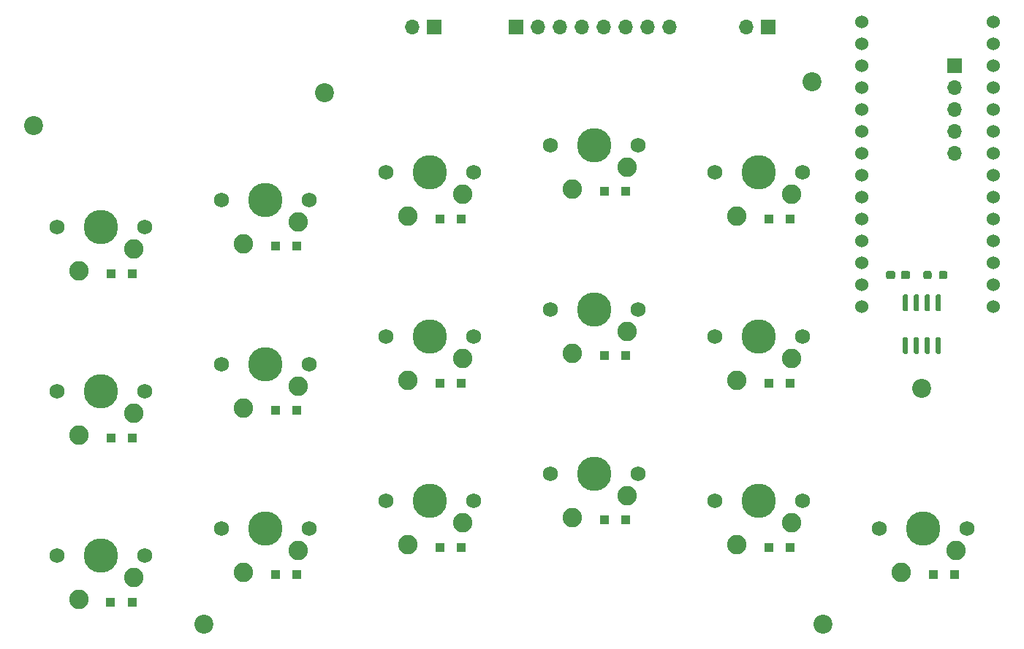
<source format=gbr>
%TF.GenerationSoftware,KiCad,Pcbnew,(5.1.9)-1*%
%TF.CreationDate,2021-08-25T16:33:50-05:00*%
%TF.ProjectId,TartarSauce,54617274-6172-4536-9175-63652e6b6963,rev?*%
%TF.SameCoordinates,Original*%
%TF.FileFunction,Soldermask,Bot*%
%TF.FilePolarity,Negative*%
%FSLAX46Y46*%
G04 Gerber Fmt 4.6, Leading zero omitted, Abs format (unit mm)*
G04 Created by KiCad (PCBNEW (5.1.9)-1) date 2021-08-25 16:33:50*
%MOMM*%
%LPD*%
G01*
G04 APERTURE LIST*
%ADD10C,2.200000*%
%ADD11C,1.524000*%
%ADD12C,1.750000*%
%ADD13C,2.250000*%
%ADD14C,3.987800*%
%ADD15O,1.700000X1.700000*%
%ADD16R,1.700000X1.700000*%
%ADD17R,1.000000X1.000000*%
G04 APERTURE END LIST*
D10*
%TO.C,REF\u002A\u002A*%
X135255000Y-78740000D03*
%TD*%
%TO.C,REF\u002A\u002A*%
X123825000Y-106045000D03*
%TD*%
%TO.C,REF\u002A\u002A*%
X52070000Y-106045000D03*
%TD*%
%TO.C,REF\u002A\u002A*%
X66040000Y-44450000D03*
%TD*%
%TO.C,REF\u002A\u002A*%
X122555000Y-43180000D03*
%TD*%
%TO.C,REF\u002A\u002A*%
X32385000Y-48260000D03*
%TD*%
D11*
%TO.C,U1*%
X128270000Y-36195000D03*
X128270000Y-38735000D03*
X128270000Y-41275000D03*
X128270000Y-43815000D03*
X128270000Y-46355000D03*
X128270000Y-48895000D03*
X128270000Y-51435000D03*
X128270000Y-53975000D03*
X128270000Y-56515000D03*
X128270000Y-59055000D03*
X128270000Y-61595000D03*
X128270000Y-64135000D03*
X128270000Y-66675000D03*
X128270000Y-69215000D03*
X143510000Y-36195000D03*
X143510000Y-38735000D03*
X143510000Y-41275000D03*
X143510000Y-43815000D03*
X143510000Y-46355000D03*
X143510000Y-48895000D03*
X143510000Y-51435000D03*
X143510000Y-53975000D03*
X143510000Y-56515000D03*
X143510000Y-59055000D03*
X143510000Y-61595000D03*
X143510000Y-64135000D03*
X143510000Y-66675000D03*
X143510000Y-69215000D03*
%TD*%
D12*
%TO.C,MX18*%
X130325947Y-94928114D03*
X140485947Y-94928114D03*
D13*
X139215947Y-97468114D03*
D14*
X135405947Y-94928114D03*
D13*
X132865947Y-100008114D03*
%TD*%
D12*
%TO.C,MX11*%
X92228395Y-69529746D03*
X102388395Y-69529746D03*
D13*
X101118395Y-72069746D03*
D14*
X97308395Y-69529746D03*
D13*
X94768395Y-74609746D03*
%TD*%
D15*
%TO.C,J1*%
X139065000Y-51435000D03*
X139065000Y-48895000D03*
X139065000Y-46355000D03*
X139065000Y-43815000D03*
D16*
X139065000Y-41275000D03*
%TD*%
D12*
%TO.C,MX15*%
X111277171Y-91753318D03*
X121437171Y-91753318D03*
D13*
X120167171Y-94293318D03*
D14*
X116357171Y-91753318D03*
D13*
X113817171Y-96833318D03*
%TD*%
D12*
%TO.C,MX14*%
X111277171Y-72704542D03*
X121437171Y-72704542D03*
D13*
X120167171Y-75244542D03*
D14*
X116357171Y-72704542D03*
D13*
X113817171Y-77784542D03*
%TD*%
D12*
%TO.C,MX13*%
X111277171Y-53655766D03*
X121437171Y-53655766D03*
D13*
X120167171Y-56195766D03*
D14*
X116357171Y-53655766D03*
D13*
X113817171Y-58735766D03*
%TD*%
D12*
%TO.C,MX12*%
X92228395Y-88578522D03*
X102388395Y-88578522D03*
D13*
X101118395Y-91118522D03*
D14*
X97308395Y-88578522D03*
D13*
X94768395Y-93658522D03*
%TD*%
D12*
%TO.C,MX10*%
X92228395Y-50480970D03*
X102388395Y-50480970D03*
D13*
X101118395Y-53020970D03*
D14*
X97308395Y-50480970D03*
D13*
X94768395Y-55560970D03*
%TD*%
D12*
%TO.C,MX9*%
X73179619Y-91753318D03*
X83339619Y-91753318D03*
D13*
X82069619Y-94293318D03*
D14*
X78259619Y-91753318D03*
D13*
X75719619Y-96833318D03*
%TD*%
D12*
%TO.C,MX8*%
X73179619Y-72704542D03*
X83339619Y-72704542D03*
D13*
X82069619Y-75244542D03*
D14*
X78259619Y-72704542D03*
D13*
X75719619Y-77784542D03*
%TD*%
D12*
%TO.C,MX7*%
X73179619Y-53655766D03*
X83339619Y-53655766D03*
D13*
X82069619Y-56195766D03*
D14*
X78259619Y-53655766D03*
D13*
X75719619Y-58735766D03*
%TD*%
D12*
%TO.C,MX6*%
X54130843Y-94928114D03*
X64290843Y-94928114D03*
D13*
X63020843Y-97468114D03*
D14*
X59210843Y-94928114D03*
D13*
X56670843Y-100008114D03*
%TD*%
D12*
%TO.C,MX5*%
X54130843Y-75879338D03*
X64290843Y-75879338D03*
D13*
X63020843Y-78419338D03*
D14*
X59210843Y-75879338D03*
D13*
X56670843Y-80959338D03*
%TD*%
D12*
%TO.C,MX4*%
X54130843Y-56830562D03*
X64290843Y-56830562D03*
D13*
X63020843Y-59370562D03*
D14*
X59210843Y-56830562D03*
D13*
X56670843Y-61910562D03*
%TD*%
D12*
%TO.C,MX3*%
X35082067Y-98102910D03*
X45242067Y-98102910D03*
D13*
X43972067Y-100642910D03*
D14*
X40162067Y-98102910D03*
D13*
X37622067Y-103182910D03*
%TD*%
D12*
%TO.C,MX2*%
X35082067Y-79054134D03*
X45242067Y-79054134D03*
D13*
X43972067Y-81594134D03*
D14*
X40162067Y-79054134D03*
D13*
X37622067Y-84134134D03*
%TD*%
D12*
%TO.C,MX1*%
X35082067Y-60005358D03*
X45242067Y-60005358D03*
D13*
X43972067Y-62545358D03*
D14*
X40162067Y-60005358D03*
D13*
X37622067Y-65085358D03*
%TD*%
D15*
%TO.C,J4*%
X114935000Y-36830000D03*
D16*
X117475000Y-36830000D03*
%TD*%
D15*
%TO.C,J3*%
X76195308Y-36829388D03*
D16*
X78735308Y-36829388D03*
%TD*%
D17*
%TO.C,D17*%
X136565000Y-100330000D03*
X139065000Y-100330000D03*
%TD*%
%TO.C,D15*%
X117515000Y-97155000D03*
X120015000Y-97155000D03*
%TD*%
%TO.C,D14*%
X117515000Y-78105000D03*
X120015000Y-78105000D03*
%TD*%
%TO.C,D13*%
X117515000Y-59055000D03*
X120015000Y-59055000D03*
%TD*%
%TO.C,D12*%
X98465000Y-93980000D03*
X100965000Y-93980000D03*
%TD*%
%TO.C,D11*%
X98465000Y-74930000D03*
X100965000Y-74930000D03*
%TD*%
%TO.C,D10*%
X98465000Y-55880000D03*
X100965000Y-55880000D03*
%TD*%
%TO.C,D9*%
X79415000Y-97155000D03*
X81915000Y-97155000D03*
%TD*%
%TO.C,D8*%
X79415000Y-78105000D03*
X81915000Y-78105000D03*
%TD*%
%TO.C,D7*%
X79415000Y-59055000D03*
X81915000Y-59055000D03*
%TD*%
%TO.C,D6*%
X60365000Y-100330000D03*
X62865000Y-100330000D03*
%TD*%
%TO.C,D5*%
X60365000Y-81280000D03*
X62865000Y-81280000D03*
%TD*%
%TO.C,D4*%
X60365000Y-62230000D03*
X62865000Y-62230000D03*
%TD*%
%TO.C,D3*%
X41275000Y-103505000D03*
X43775000Y-103505000D03*
%TD*%
%TO.C,D2*%
X41315000Y-84455000D03*
X43815000Y-84455000D03*
%TD*%
%TO.C,D1*%
X41315000Y-65405000D03*
X43815000Y-65405000D03*
%TD*%
%TO.C,U2*%
G36*
G01*
X133200000Y-72775027D02*
X133500000Y-72775027D01*
G75*
G02*
X133650000Y-72925027I0J-150000D01*
G01*
X133650000Y-74575027D01*
G75*
G02*
X133500000Y-74725027I-150000J0D01*
G01*
X133200000Y-74725027D01*
G75*
G02*
X133050000Y-74575027I0J150000D01*
G01*
X133050000Y-72925027D01*
G75*
G02*
X133200000Y-72775027I150000J0D01*
G01*
G37*
G36*
G01*
X134470000Y-72775027D02*
X134770000Y-72775027D01*
G75*
G02*
X134920000Y-72925027I0J-150000D01*
G01*
X134920000Y-74575027D01*
G75*
G02*
X134770000Y-74725027I-150000J0D01*
G01*
X134470000Y-74725027D01*
G75*
G02*
X134320000Y-74575027I0J150000D01*
G01*
X134320000Y-72925027D01*
G75*
G02*
X134470000Y-72775027I150000J0D01*
G01*
G37*
G36*
G01*
X135740000Y-72775027D02*
X136040000Y-72775027D01*
G75*
G02*
X136190000Y-72925027I0J-150000D01*
G01*
X136190000Y-74575027D01*
G75*
G02*
X136040000Y-74725027I-150000J0D01*
G01*
X135740000Y-74725027D01*
G75*
G02*
X135590000Y-74575027I0J150000D01*
G01*
X135590000Y-72925027D01*
G75*
G02*
X135740000Y-72775027I150000J0D01*
G01*
G37*
G36*
G01*
X137010000Y-72775027D02*
X137310000Y-72775027D01*
G75*
G02*
X137460000Y-72925027I0J-150000D01*
G01*
X137460000Y-74575027D01*
G75*
G02*
X137310000Y-74725027I-150000J0D01*
G01*
X137010000Y-74725027D01*
G75*
G02*
X136860000Y-74575027I0J150000D01*
G01*
X136860000Y-72925027D01*
G75*
G02*
X137010000Y-72775027I150000J0D01*
G01*
G37*
G36*
G01*
X137010000Y-67825027D02*
X137310000Y-67825027D01*
G75*
G02*
X137460000Y-67975027I0J-150000D01*
G01*
X137460000Y-69625027D01*
G75*
G02*
X137310000Y-69775027I-150000J0D01*
G01*
X137010000Y-69775027D01*
G75*
G02*
X136860000Y-69625027I0J150000D01*
G01*
X136860000Y-67975027D01*
G75*
G02*
X137010000Y-67825027I150000J0D01*
G01*
G37*
G36*
G01*
X135740000Y-67825027D02*
X136040000Y-67825027D01*
G75*
G02*
X136190000Y-67975027I0J-150000D01*
G01*
X136190000Y-69625027D01*
G75*
G02*
X136040000Y-69775027I-150000J0D01*
G01*
X135740000Y-69775027D01*
G75*
G02*
X135590000Y-69625027I0J150000D01*
G01*
X135590000Y-67975027D01*
G75*
G02*
X135740000Y-67825027I150000J0D01*
G01*
G37*
G36*
G01*
X134470000Y-67825027D02*
X134770000Y-67825027D01*
G75*
G02*
X134920000Y-67975027I0J-150000D01*
G01*
X134920000Y-69625027D01*
G75*
G02*
X134770000Y-69775027I-150000J0D01*
G01*
X134470000Y-69775027D01*
G75*
G02*
X134320000Y-69625027I0J150000D01*
G01*
X134320000Y-67975027D01*
G75*
G02*
X134470000Y-67825027I150000J0D01*
G01*
G37*
G36*
G01*
X133200000Y-67825027D02*
X133500000Y-67825027D01*
G75*
G02*
X133650000Y-67975027I0J-150000D01*
G01*
X133650000Y-69625027D01*
G75*
G02*
X133500000Y-69775027I-150000J0D01*
G01*
X133200000Y-69775027D01*
G75*
G02*
X133050000Y-69625027I0J150000D01*
G01*
X133050000Y-67975027D01*
G75*
G02*
X133200000Y-67825027I150000J0D01*
G01*
G37*
%TD*%
%TO.C,R1*%
G36*
G01*
X136377500Y-65326403D02*
X136377500Y-65801403D01*
G75*
G02*
X136140000Y-66038903I-237500J0D01*
G01*
X135640000Y-66038903D01*
G75*
G02*
X135402500Y-65801403I0J237500D01*
G01*
X135402500Y-65326403D01*
G75*
G02*
X135640000Y-65088903I237500J0D01*
G01*
X136140000Y-65088903D01*
G75*
G02*
X136377500Y-65326403I0J-237500D01*
G01*
G37*
G36*
G01*
X138202500Y-65326403D02*
X138202500Y-65801403D01*
G75*
G02*
X137965000Y-66038903I-237500J0D01*
G01*
X137465000Y-66038903D01*
G75*
G02*
X137227500Y-65801403I0J237500D01*
G01*
X137227500Y-65326403D01*
G75*
G02*
X137465000Y-65088903I237500J0D01*
G01*
X137965000Y-65088903D01*
G75*
G02*
X138202500Y-65326403I0J-237500D01*
G01*
G37*
%TD*%
D15*
%TO.C,J2*%
X106039696Y-36829388D03*
X103499696Y-36829388D03*
X100959696Y-36829388D03*
X98419696Y-36829388D03*
X95879696Y-36829388D03*
X93339696Y-36829388D03*
X90799696Y-36829388D03*
D16*
X88259696Y-36829388D03*
%TD*%
%TO.C,C1*%
G36*
G01*
X132812500Y-65801403D02*
X132812500Y-65326403D01*
G75*
G02*
X133050000Y-65088903I237500J0D01*
G01*
X133650000Y-65088903D01*
G75*
G02*
X133887500Y-65326403I0J-237500D01*
G01*
X133887500Y-65801403D01*
G75*
G02*
X133650000Y-66038903I-237500J0D01*
G01*
X133050000Y-66038903D01*
G75*
G02*
X132812500Y-65801403I0J237500D01*
G01*
G37*
G36*
G01*
X131087500Y-65801403D02*
X131087500Y-65326403D01*
G75*
G02*
X131325000Y-65088903I237500J0D01*
G01*
X131925000Y-65088903D01*
G75*
G02*
X132162500Y-65326403I0J-237500D01*
G01*
X132162500Y-65801403D01*
G75*
G02*
X131925000Y-66038903I-237500J0D01*
G01*
X131325000Y-66038903D01*
G75*
G02*
X131087500Y-65801403I0J237500D01*
G01*
G37*
%TD*%
M02*

</source>
